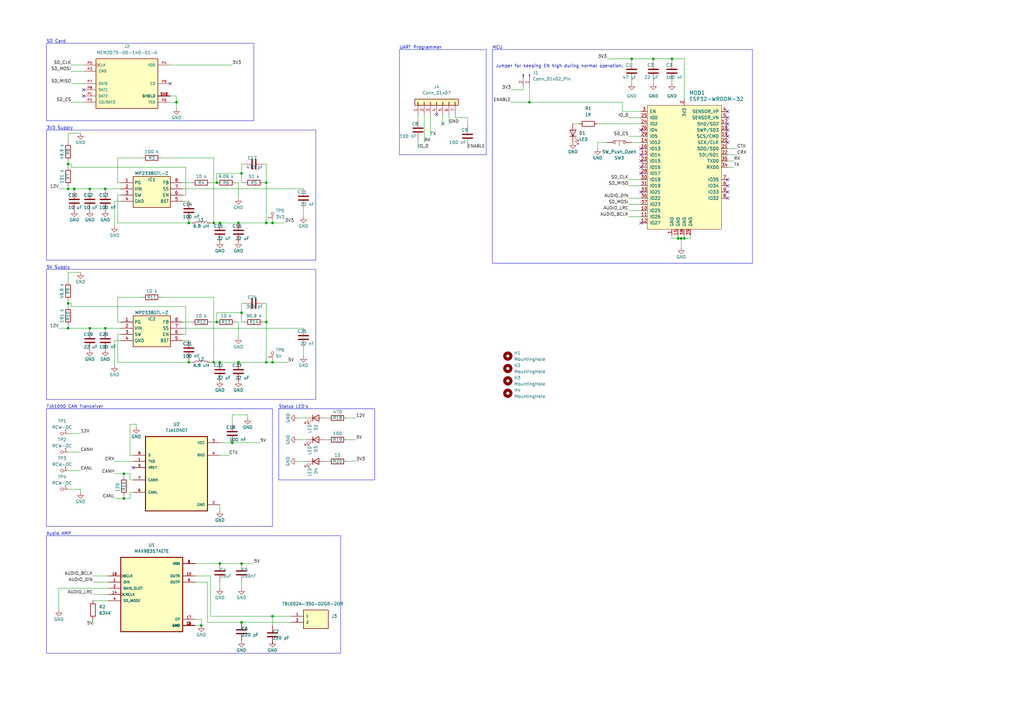
<source format=kicad_sch>
(kicad_sch (version 20230121) (generator eeschema)
  (paper "A3")
  (junction (at 50.8 194.31))
  (junction (at 43.18 77.47))
  (junction (at 275.59 24.13))
  (junction (at 97.79 91.44))
  (junction (at 82.55 256.54))
  (junction (at 267.97 24.13))
  (junction (at 279.4 97.79))
  (junction (at 97.79 148.59))
  (junction (at 30.48 77.47))
  (junction (at 259.08 24.13))
  (junction (at 95.25 181.61))
  (junction (at 88.9 132.08))
  (junction (at 50.8 204.47))
  (junction (at 99.06 71.12))
  (junction (at 111.76 91.44))
  (junction (at 36.83 134.62))
  (junction (at 109.22 74.93))
  (junction (at 109.22 132.08))
  (junction (at 280.67 97.79))
  (junction (at 99.06 128.27))
  (junction (at 90.17 231.14))
  (junction (at 111.76 252.73))
  (junction (at 43.18 134.62))
  (junction (at 72.39 41.91))
  (junction (at 27.94 134.62))
  (junction (at 278.13 97.79))
  (junction (at 111.76 148.59))
  (junction (at 90.17 91.44))
  (junction (at 87.63 148.59))
  (junction (at 109.22 91.44))
  (junction (at 99.06 255.27))
  (junction (at 87.63 91.44))
  (junction (at 77.47 91.44))
  (junction (at 109.22 148.59))
  (junction (at 217.17 41.91))
  (junction (at 90.17 148.59))
  (junction (at 77.47 148.59))
  (junction (at 99.06 231.14))
  (junction (at 27.94 124.46))
  (junction (at 88.9 74.93))
  (junction (at 27.94 77.47))
  (junction (at 27.94 67.31))
  (junction (at 36.83 77.47))
  (no_connect (at 34.29 39.37))
  (no_connect (at 262.89 71.12))
  (no_connect (at 262.89 68.58))
  (no_connect (at 298.45 81.28))
  (no_connect (at 262.89 60.96))
  (no_connect (at 262.89 78.74))
  (no_connect (at 298.45 58.42))
  (no_connect (at 69.85 34.29))
  (no_connect (at 298.45 76.2))
  (no_connect (at 298.45 55.88))
  (no_connect (at 262.89 53.34))
  (no_connect (at 179.07 46.99))
  (no_connect (at 181.61 50.8))
  (no_connect (at 298.45 50.8))
  (no_connect (at 54.61 191.77))
  (no_connect (at 262.89 91.44))
  (no_connect (at 298.45 53.34))
  (no_connect (at 262.89 63.5))
  (no_connect (at 262.89 66.04))
  (no_connect (at 298.45 45.72))
  (no_connect (at 298.45 73.66))
  (no_connect (at 34.29 36.83))
  (no_connect (at 298.45 78.74))
  (no_connect (at 298.45 48.26))
  (wire (pts (xy 275.59 97.79) (xy 278.13 97.79)))
  (wire (pts (xy 29.21 68.58) (xy 29.21 67.31)))
  (wire (pts (xy 124.46 85.09) (xy 124.46 88.9)))
  (wire (pts (xy 298.45 60.96) (xy 302.26 60.96)))
  (wire (pts (xy 142.24 171.45) (xy 146.05 171.45)))
  (wire (pts (xy 111.76 147.32) (xy 111.76 148.59)))
  (wire (pts (xy 95.25 170.18) (xy 101.6 170.18)))
  (wire (pts (xy 217.17 35.56) (xy 217.17 41.91)))
  (wire (pts (xy 99.06 71.12) (xy 99.06 74.93)))
  (wire (pts (xy 267.97 33.02) (xy 267.97 34.29)))
  (wire (pts (xy 29.21 125.73) (xy 29.21 124.46)))
  (wire (pts (xy 53.34 173.99) (xy 55.88 173.99)))
  (wire (pts (xy 109.22 148.59) (xy 111.76 148.59)))
  (wire (pts (xy 99.06 71.12) (xy 99.06 67.31)))
  (wire (pts (xy 53.34 201.93) (xy 53.34 204.47)))
  (wire (pts (xy 87.63 148.59) (xy 90.17 148.59)))
  (wire (pts (xy 97.79 91.44) (xy 109.22 91.44)))
  (wire (pts (xy 275.59 33.02) (xy 275.59 34.29)))
  (wire (pts (xy 109.22 132.08) (xy 109.22 148.59)))
  (wire (pts (xy 173.99 46.99) (xy 173.99 58.42)))
  (wire (pts (xy 46.99 204.47) (xy 50.8 204.47)))
  (wire (pts (xy 255.27 45.72) (xy 262.89 45.72)))
  (wire (pts (xy 38.1 246.38) (xy 44.45 246.38)))
  (wire (pts (xy 27.94 134.62) (xy 36.83 134.62)))
  (wire (pts (xy 255.27 41.91) (xy 255.27 45.72)))
  (wire (pts (xy 90.17 186.69) (xy 93.98 186.69)))
  (wire (pts (xy 27.94 115.57) (xy 27.94 111.76)))
  (wire (pts (xy 36.83 134.62) (xy 36.83 135.89)))
  (wire (pts (xy 121.92 180.34) (xy 125.73 180.34)))
  (wire (pts (xy 77.47 148.59) (xy 78.74 148.59)))
  (wire (pts (xy 279.4 101.6) (xy 279.4 97.79)))
  (wire (pts (xy 191.77 48.26) (xy 191.77 52.07)))
  (wire (pts (xy 279.4 97.79) (xy 280.67 97.79)))
  (wire (pts (xy 76.2 137.16) (xy 76.2 125.73)))
  (wire (pts (xy 176.53 46.99) (xy 176.53 55.88)))
  (wire (pts (xy 86.36 252.73) (xy 86.36 236.22)))
  (wire (pts (xy 214.63 36.83) (xy 214.63 35.56)))
  (wire (pts (xy 33.02 200.66) (xy 33.02 201.93)))
  (wire (pts (xy 43.18 77.47) (xy 49.53 77.47)))
  (wire (pts (xy 280.67 40.64) (xy 280.67 24.13)))
  (wire (pts (xy 77.47 91.44) (xy 78.74 91.44)))
  (wire (pts (xy 86.36 132.08) (xy 88.9 132.08)))
  (wire (pts (xy 86.36 91.44) (xy 87.63 91.44)))
  (wire (pts (xy 275.59 96.52) (xy 275.59 97.79)))
  (wire (pts (xy 259.08 24.13) (xy 259.08 25.4)))
  (wire (pts (xy 48.26 121.92) (xy 48.26 132.08)))
  (wire (pts (xy 43.18 134.62) (xy 43.18 135.89)))
  (wire (pts (xy 275.59 24.13) (xy 275.59 25.4)))
  (wire (pts (xy 257.81 48.26) (xy 262.89 48.26)))
  (wire (pts (xy 49.53 80.01) (xy 48.26 80.01)))
  (wire (pts (xy 111.76 90.17) (xy 111.76 91.44)))
  (wire (pts (xy 72.39 44.45) (xy 72.39 41.91)))
  (wire (pts (xy 171.45 57.15) (xy 171.45 60.96)))
  (wire (pts (xy 257.81 88.9) (xy 262.89 88.9)))
  (wire (pts (xy 74.93 80.01) (xy 76.2 80.01)))
  (wire (pts (xy 46.99 139.7) (xy 49.53 139.7)))
  (wire (pts (xy 27.94 193.04) (xy 33.02 193.04)))
  (wire (pts (xy 27.94 185.42) (xy 33.02 185.42)))
  (wire (pts (xy 248.92 58.42) (xy 245.11 58.42)))
  (wire (pts (xy 262.89 50.8) (xy 245.11 50.8)))
  (wire (pts (xy 87.63 64.77) (xy 66.04 64.77)))
  (wire (pts (xy 101.6 170.18) (xy 101.6 171.45)))
  (wire (pts (xy 107.95 132.08) (xy 109.22 132.08)))
  (wire (pts (xy 209.55 36.83) (xy 214.63 36.83)))
  (wire (pts (xy 77.47 148.59) (xy 77.47 147.32)))
  (wire (pts (xy 48.26 121.92) (xy 58.42 121.92)))
  (wire (pts (xy 74.93 82.55) (xy 77.47 82.55)))
  (wire (pts (xy 53.34 201.93) (xy 54.61 201.93)))
  (wire (pts (xy 85.09 255.27) (xy 99.06 255.27)))
  (wire (pts (xy 121.92 189.23) (xy 125.73 189.23)))
  (wire (pts (xy 24.13 241.3) (xy 44.45 241.3)))
  (wire (pts (xy 72.39 39.37) (xy 72.39 41.91)))
  (wire (pts (xy 55.88 173.99) (xy 55.88 175.26)))
  (wire (pts (xy 88.9 71.12) (xy 99.06 71.12)))
  (wire (pts (xy 278.13 97.79) (xy 279.4 97.79)))
  (wire (pts (xy 74.93 74.93) (xy 78.74 74.93)))
  (wire (pts (xy 29.21 68.58) (xy 76.2 68.58)))
  (wire (pts (xy 53.34 186.69) (xy 53.34 173.99)))
  (wire (pts (xy 48.26 64.77) (xy 58.42 64.77)))
  (wire (pts (xy 86.36 236.22) (xy 80.01 236.22)))
  (wire (pts (xy 95.25 181.61) (xy 106.68 181.61)))
  (wire (pts (xy 82.55 254) (xy 82.55 256.54)))
  (wire (pts (xy 77.47 91.44) (xy 77.47 90.17)))
  (wire (pts (xy 248.92 24.13) (xy 259.08 24.13)))
  (wire (pts (xy 259.08 33.02) (xy 259.08 34.29)))
  (wire (pts (xy 27.94 111.76) (xy 33.02 111.76)))
  (wire (pts (xy 50.8 194.31) (xy 50.8 195.58)))
  (wire (pts (xy 86.36 252.73) (xy 111.76 252.73)))
  (wire (pts (xy 53.34 196.85) (xy 54.61 196.85)))
  (wire (pts (xy 104.14 231.14) (xy 99.06 231.14)))
  (wire (pts (xy 109.22 74.93) (xy 109.22 91.44)))
  (wire (pts (xy 278.13 96.52) (xy 278.13 97.79)))
  (wire (pts (xy 74.93 134.62) (xy 124.46 134.62)))
  (wire (pts (xy 48.26 64.77) (xy 48.26 74.93)))
  (wire (pts (xy 257.81 86.36) (xy 262.89 86.36)))
  (wire (pts (xy 88.9 128.27) (xy 99.06 128.27)))
  (wire (pts (xy 29.21 124.46) (xy 27.94 124.46)))
  (wire (pts (xy 49.53 74.93) (xy 48.26 74.93)))
  (wire (pts (xy 96.52 74.93) (xy 97.79 74.93)))
  (wire (pts (xy 107.95 74.93) (xy 109.22 74.93)))
  (wire (pts (xy 237.49 50.8) (xy 234.95 50.8)))
  (wire (pts (xy 99.06 128.27) (xy 99.06 124.46)))
  (wire (pts (xy 27.94 133.35) (xy 27.94 134.62)))
  (wire (pts (xy 257.81 83.82) (xy 262.89 83.82)))
  (wire (pts (xy 48.26 137.16) (xy 48.26 148.59)))
  (wire (pts (xy 259.08 24.13) (xy 267.97 24.13)))
  (wire (pts (xy 283.21 96.52) (xy 283.21 97.79)))
  (wire (pts (xy 24.13 241.3) (xy 24.13 250.19)))
  (wire (pts (xy 99.06 255.27) (xy 119.38 255.27)))
  (wire (pts (xy 257.81 76.2) (xy 262.89 76.2)))
  (wire (pts (xy 36.83 77.47) (xy 36.83 78.74)))
  (wire (pts (xy 87.63 121.92) (xy 66.04 121.92)))
  (wire (pts (xy 36.83 77.47) (xy 43.18 77.47)))
  (wire (pts (xy 90.17 238.76) (xy 90.17 241.3)))
  (wire (pts (xy 49.53 132.08) (xy 48.26 132.08)))
  (wire (pts (xy 46.99 139.7) (xy 46.99 149.86)))
  (wire (pts (xy 257.81 55.88) (xy 262.89 55.88)))
  (wire (pts (xy 86.36 148.59) (xy 87.63 148.59)))
  (wire (pts (xy 24.13 134.62) (xy 27.94 134.62)))
  (wire (pts (xy 111.76 252.73) (xy 119.38 252.73)))
  (wire (pts (xy 99.06 132.08) (xy 100.33 132.08)))
  (wire (pts (xy 46.99 189.23) (xy 54.61 189.23)))
  (wire (pts (xy 30.48 77.47) (xy 30.48 78.74)))
  (wire (pts (xy 27.94 124.46) (xy 27.94 125.73)))
  (wire (pts (xy 245.11 58.42) (xy 245.11 60.96)))
  (wire (pts (xy 259.08 58.42) (xy 262.89 58.42)))
  (wire (pts (xy 38.1 243.84) (xy 44.45 243.84)))
  (wire (pts (xy 27.94 177.8) (xy 33.02 177.8)))
  (wire (pts (xy 27.94 58.42) (xy 27.94 54.61)))
  (wire (pts (xy 80.01 238.76) (xy 85.09 238.76)))
  (wire (pts (xy 48.26 91.44) (xy 77.47 91.44)))
  (wire (pts (xy 38.1 236.22) (xy 44.45 236.22)))
  (wire (pts (xy 87.63 91.44) (xy 87.63 64.77)))
  (wire (pts (xy 124.46 142.24) (xy 124.46 146.05)))
  (wire (pts (xy 87.63 148.59) (xy 87.63 121.92)))
  (wire (pts (xy 50.8 203.2) (xy 50.8 204.47)))
  (wire (pts (xy 74.93 139.7) (xy 77.47 139.7)))
  (wire (pts (xy 27.94 200.66) (xy 33.02 200.66)))
  (wire (pts (xy 69.85 39.37) (xy 72.39 39.37)))
  (wire (pts (xy 38.1 238.76) (xy 44.45 238.76)))
  (wire (pts (xy 298.45 63.5) (xy 302.26 63.5)))
  (wire (pts (xy 29.21 67.31) (xy 27.94 67.31)))
  (wire (pts (xy 80.01 231.14) (xy 90.17 231.14)))
  (wire (pts (xy 69.85 26.67) (xy 95.25 26.67)))
  (wire (pts (xy 99.06 231.14) (xy 90.17 231.14)))
  (wire (pts (xy 74.93 77.47) (xy 124.46 77.47)))
  (wire (pts (xy 111.76 91.44) (xy 116.84 91.44)))
  (wire (pts (xy 111.76 148.59) (xy 118.11 148.59)))
  (wire (pts (xy 109.22 91.44) (xy 111.76 91.44)))
  (wire (pts (xy 29.21 125.73) (xy 76.2 125.73)))
  (wire (pts (xy 99.06 67.31) (xy 100.33 67.31)))
  (wire (pts (xy 29.21 34.29) (xy 34.29 34.29)))
  (wire (pts (xy 267.97 24.13) (xy 275.59 24.13)))
  (wire (pts (xy 96.52 132.08) (xy 97.79 132.08)))
  (wire (pts (xy 46.99 82.55) (xy 46.99 92.71)))
  (wire (pts (xy 171.45 46.99) (xy 171.45 49.53)))
  (wire (pts (xy 257.81 73.66) (xy 262.89 73.66)))
  (wire (pts (xy 275.59 24.13) (xy 280.67 24.13)))
  (wire (pts (xy 186.69 48.26) (xy 186.69 46.99)))
  (wire (pts (xy 30.48 77.47) (xy 36.83 77.47)))
  (wire (pts (xy 53.34 194.31) (xy 50.8 194.31)))
  (wire (pts (xy 97.79 74.93) (xy 97.79 81.28)))
  (wire (pts (xy 142.24 180.34) (xy 146.05 180.34)))
  (wire (pts (xy 43.18 134.62) (xy 49.53 134.62)))
  (wire (pts (xy 27.94 67.31) (xy 27.94 68.58)))
  (wire (pts (xy 99.06 74.93) (xy 100.33 74.93)))
  (wire (pts (xy 27.94 123.19) (xy 27.94 124.46)))
  (wire (pts (xy 54.61 186.69) (xy 53.34 186.69)))
  (wire (pts (xy 50.8 194.31) (xy 46.99 194.31)))
  (wire (pts (xy 85.09 238.76) (xy 85.09 255.27)))
  (wire (pts (xy 90.17 91.44) (xy 97.79 91.44)))
  (wire (pts (xy 99.06 238.76) (xy 99.06 241.3)))
  (wire (pts (xy 300.99 66.04) (xy 298.45 66.04)))
  (wire (pts (xy 88.9 132.08) (xy 88.9 128.27)))
  (wire (pts (xy 46.99 82.55) (xy 49.53 82.55)))
  (wire (pts (xy 121.92 171.45) (xy 125.73 171.45)))
  (wire (pts (xy 27.94 76.2) (xy 27.94 77.47)))
  (wire (pts (xy 48.26 80.01) (xy 48.26 91.44)))
  (wire (pts (xy 90.17 207.01) (xy 90.17 209.55)))
  (wire (pts (xy 49.53 137.16) (xy 48.26 137.16)))
  (wire (pts (xy 43.18 77.47) (xy 43.18 78.74)))
  (wire (pts (xy 48.26 148.59) (xy 77.47 148.59)))
  (wire (pts (xy 95.25 173.99) (xy 95.25 170.18)))
  (wire (pts (xy 107.95 124.46) (xy 109.22 124.46)))
  (wire (pts (xy 111.76 252.73) (xy 111.76 256.54)))
  (wire (pts (xy 27.94 66.04) (xy 27.94 67.31)))
  (wire (pts (xy 76.2 80.01) (xy 76.2 68.58)))
  (wire (pts (xy 50.8 204.47) (xy 53.34 204.47)))
  (wire (pts (xy 82.55 256.54) (xy 80.01 256.54)))
  (wire (pts (xy 300.99 68.58) (xy 298.45 68.58)))
  (wire (pts (xy 27.94 77.47) (xy 30.48 77.47)))
  (wire (pts (xy 99.06 128.27) (xy 99.06 132.08)))
  (wire (pts (xy 74.93 137.16) (xy 76.2 137.16)))
  (wire (pts (xy 111.76 264.16) (xy 111.76 262.89)))
  (wire (pts (xy 88.9 74.93) (xy 88.9 71.12)))
  (wire (pts (xy 134.62 180.34) (xy 133.35 180.34)))
  (wire (pts (xy 280.67 97.79) (xy 283.21 97.79)))
  (wire (pts (xy 27.94 54.61) (xy 33.02 54.61)))
  (wire (pts (xy 80.01 254) (xy 82.55 254)))
  (wire (pts (xy 29.21 29.21) (xy 34.29 29.21)))
  (wire (pts (xy 134.62 171.45) (xy 133.35 171.45)))
  (wire (pts (xy 142.24 189.23) (xy 146.05 189.23)))
  (wire (pts (xy 209.55 41.91) (xy 217.17 41.91)))
  (wire (pts (xy 69.85 41.91) (xy 72.39 41.91)))
  (wire (pts (xy 97.79 132.08) (xy 97.79 138.43)))
  (wire (pts (xy 257.81 81.28) (xy 262.89 81.28)))
  (wire (pts (xy 86.36 74.93) (xy 88.9 74.93)))
  (wire (pts (xy 191.77 59.69) (xy 191.77 60.96)))
  (wire (pts (xy 90.17 148.59) (xy 97.79 148.59)))
  (wire (pts (xy 134.62 189.23) (xy 133.35 189.23)))
  (wire (pts (xy 217.17 41.91) (xy 255.27 41.91)))
  (wire (pts (xy 280.67 96.52) (xy 280.67 97.79)))
  (wire (pts (xy 24.13 77.47) (xy 27.94 77.47)))
  (wire (pts (xy 29.21 41.91) (xy 34.29 41.91)))
  (wire (pts (xy 267.97 25.4) (xy 267.97 24.13)))
  (wire (pts (xy 36.83 134.62) (xy 43.18 134.62)))
  (wire (pts (xy 90.17 181.61) (xy 95.25 181.61)))
  (wire (pts (xy 184.15 46.99) (xy 184.15 50.8)))
  (wire (pts (xy 181.61 46.99) (xy 181.61 50.8)))
  (wire (pts (xy 109.22 67.31) (xy 109.22 74.93)))
  (wire (pts (xy 191.77 48.26) (xy 186.69 48.26)))
  (wire (pts (xy 29.21 26.67) (xy 34.29 26.67)))
  (wire (pts (xy 74.93 132.08) (xy 78.74 132.08)))
  (wire (pts (xy 99.06 124.46) (xy 100.33 124.46)))
  (wire (pts (xy 107.95 67.31) (xy 109.22 67.31)))
  (wire (pts (xy 97.79 148.59) (xy 109.22 148.59)))
  (wire (pts (xy 38.1 254) (xy 38.1 256.54)))
  (wire (pts (xy 53.34 194.31) (xy 53.34 196.85)))
  (wire (pts (xy 109.22 124.46) (xy 109.22 132.08)))
  (wire (pts (xy 87.63 91.44) (xy 90.17 91.44)))
  (rectangle (start 19.05 167.64) (end 111.76 215.9))
  (rectangle (start 19.05 110.49) (end 129.54 163.83))
  (rectangle (start 19.05 219.71) (end 139.7 267.97))
  (rectangle (start 201.93 20.32) (end 308.61 107.95))
  (rectangle (start 19.05 17.78) (end 104.14 49.53))
  (rectangle (start 114.3 167.64) (end 153.67 196.85))
  (rectangle (start 163.83 20.32) (end 199.39 63.5))
  (rectangle (start 19.05 53.34) (end 129.54 106.68))
  (text "3V3 Supply" (at 19.05 53.34 0) (effects (font (size 1.27 1.27)) (justify left bottom)))
  (text "Status LED's" (at 114.3 167.64 0) (effects (font (size 1.27 1.27)) (justify left bottom)))
  (text "TODO:\n" (at 13.97 -5.08 0) (effects (font (size 1.27 1.27)) (justify left bottom)))
  (text "TJA1050 CAN Tranceiver" (at 19.05 167.64 0) (effects (font (size 1.27 1.27)) (justify left bottom)))
  (text "Jumper for keeping EN high during normal operation." (at 203.2 27.94 0) (effects (font (size 1.27 1.27)) (justify left bottom)))
  (text "5V Supply" (at 19.05 110.49 0) (effects (font (size 1.27 1.27)) (justify left bottom)))
  (text "SD Card" (at 19.05 17.78 0) (effects (font (size 1.27 1.27)) (justify left bottom)))
  (text "Audio AMP" (at 19.05 219.71 0) (effects (font (size 1.27 1.27)) (justify left bottom)))
  (text "UART Programmer" (at 163.83 20.32 0) (effects (font (size 1.27 1.27)) (justify left bottom)))
  (text "MCU" (at 201.93 20.32 0) (effects (font (size 1.27 1.27)) (justify left bottom)))
  (label "SD_CLK" (at 29.21 26.67 180))
  (label "CANH" (at 46.99 194.31 180))
  (label "5V" (at 104.14 231.14 0))
  (label "RX" (at 173.99 58.42 0))
  (label "SD_MISO" (at 29.21 34.29 180))
  (label "CRX" (at 46.99 189.23 180))
  (label "SD_MISO" (at 257.81 76.2 180))
  (label "SD_CS" (at 257.81 55.88 180))
  (label "RX" (at 300.99 66.04 0))
  (label "12V" (at 24.13 134.62 180))
  (label "3V3" (at 209.55 36.83 180))
  (label "3V3" (at 248.92 24.13 180))
  (label "CRX" (at 302.26 63.5 0))
  (label "5V" (at 38.1 256.54 180))
  (label "12V" (at 33.02 177.8 0))
  (label "IO_0" (at 171.45 60.96 0))
  (label "GND" (at 184.15 50.8 0))
  (label "CANH" (at 33.02 185.42 0))
  (label "CTX" (at 93.98 186.69 0))
  (label "3V3" (at 146.05 189.23 0))
  (label "5V" (at 118.11 148.59 0))
  (label "12V" (at 146.05 171.45 0))
  (label "AUDIO_DIN" (at 257.81 81.28 180))
  (label "AUDIO_BCLK" (at 257.81 88.9 180))
  (label "ENABLE" (at 209.55 41.91 180))
  (label "3V3" (at 116.84 91.44 0))
  (label "AUDIO_LRC" (at 257.81 86.36 180))
  (label "CANL" (at 46.99 204.47 180))
  (label "ENABLE" (at 191.77 60.96 0))
  (label "CANL" (at 33.02 193.04 0))
  (label "SD_CLK" (at 257.81 73.66 180))
  (label "SD_CS" (at 29.21 41.91 180))
  (label "3V3" (at 95.25 26.67 0))
  (label "AUDIO_DIN" (at 38.1 238.76 180))
  (label "TX" (at 300.99 68.58 0))
  (label "SD_MOSI" (at 29.21 29.21 180))
  (label "SD_MOSI" (at 257.81 83.82 180))
  (label "5V" (at 146.05 180.34 0))
  (label "12V" (at 24.13 77.47 180))
  (label "IO_0" (at 257.81 48.26 180))
  (label "AUDIO_BCLK" (at 38.1 236.22 180))
  (label "TX" (at 176.53 55.88 0))
  (label "5V" (at 106.68 181.61 0))
  (label "AUDIO_LRC" (at 38.1 243.84 180))
  (label "CTX" (at 302.26 60.96 0))
  (symbol (lib_id "Device:C") (at 77.47 143.51 0) (unit 1)
    (property "Reference" "C21" (at 74.93 140.97 0) (effects (justify left)))
    (property "Value" "100 nF" (at 74.93 146.05 0) (effects (justify left)))
    (property "Footprint" "Capacitor_SMD:C_0805_2012Metric" (effects hide))
  )
  (symbol (lib_id "Switch:SW_Push_Open") (at 254 58.42 0) (mirror x) (unit 1)
    (property "Reference" "SW3" (at 254 64.77 0))
    (property "Value" "SW_Push_Open" (at 254 62.23 0))
    (property "Footprint" "Button_Switch_THT:SW_PUSH_6mm" (effects hide))
  )
  (symbol (lib_id "Device:R") (at 92.71 74.93 270) (unit 1)
    (property "Reference" "R6" (at 92.71 74.93 90))
    (property "Value" "9.09 k" (at 92.71 72.39 90))
    (property "Footprint" "Resistor_SMD:R_0805_2012Metric" (effects hide))
  )
  (symbol (lib_id "power:GND") (at 279.4 101.6 0) (unit 1)
    (property "Reference" "#PWR09" (effects hide))
    (property "Value" "GND" (at 279.4 105.41 0))
  )
  (symbol (lib_id "power:GND") (at 90.17 99.06 0) (unit 1)
    (property "Reference" "#PWR017" (effects hide))
    (property "Value" "GND" (at 90.17 102.87 0))
  )
  (symbol (lib_id "Mechanical:MountingHole") (at 208.28 156.21 0) (unit 1)
    (property "Reference" "H3" (at 210.82 154.94 0) (effects (justify left)))
    (property "Value" "MountingHole" (at 210.82 157.48 0) (effects (justify left)))
    (property "Footprint" "MountingHole:MountingHole_3.2mm_M3" (effects hide))
  )
  (symbol (lib_id "Device:C") (at 97.79 95.25 0) (unit 1)
    (property "Reference" "C16" (at 95.25 92.71 0) (effects (justify left)))
    (property "Value" "22 uF" (at 96.52 97.79 0) (effects (justify left)))
    (property "Footprint" "Capacitor_SMD:C_0805_2012Metric" (effects hide))
  )
  (symbol (lib_id "Device:R") (at 138.43 180.34 90) (unit 1)
    (property "Reference" "R19" (at 138.43 180.34 90))
    (property "Value" "100" (at 138.43 177.8 90))
    (property "Footprint" "Resistor_SMD:R_0805_2012Metric" (effects hide))
  )
  (symbol (lib_id "power:GND") (at 33.02 54.61 0) (unit 1)
    (property "Reference" "#PWR023" (effects hide))
    (property "Value" "GND" (at 33.02 58.42 0))
  )
  (symbol (lib_id "Device:R") (at 92.71 132.08 270) (unit 1)
    (property "Reference" "R13" (at 92.71 132.08 90))
    (property "Value" "10 k" (at 92.71 129.54 90))
    (property "Footprint" "Resistor_SMD:R_0805_2012Metric" (effects hide))
  )
  (symbol (lib_id "power:GND") (at 275.59 34.29 0) (unit 1)
    (property "Reference" "#PWR08" (effects hide))
    (property "Value" "GND" (at 275.59 39.37 0))
  )
  (symbol (lib_id "Device:R") (at 27.94 62.23 0) (unit 1)
    (property "Reference" "R8" (at 27.94 62.23 90))
    (property "Value" "49.9 k" (at 25.4 62.23 90))
    (property "Footprint" "Resistor_SMD:R_0805_2012Metric" (effects hide))
  )
  (symbol (lib_id "power:GND") (at 46.99 92.71 0) (unit 1)
    (property "Reference" "#PWR03" (effects hide))
    (property "Value" "GND" (at 46.99 96.52 0))
  )
  (symbol (lib_id "Device:R") (at 62.23 64.77 270) (unit 1)
    (property "Reference" "R3" (at 62.23 64.77 90))
    (property "Value" "100 k" (at 62.23 62.23 90))
    (property "Footprint" "Resistor_SMD:R_0805_2012Metric" (effects hide))
  )
  (symbol (lib_id "dk_Test-Points:RCW-0C") (at 25.4 193.04 270) (unit 1)
    (property "Reference" "TP3" (at 25.4381 187.96 90))
    (property "Value" "RCW-0C" (at 25.4381 190.5 90))
    (property "Footprint" "digikey-footprints:PROBE_PAD_1206" (effects hide))
    (property "Datasheet" "https://www.te.com/commerce/DocumentDelivery/DDEController?Action=srchrtrv&DocNm=1773266&DocType=DS&DocLang=English" (effects hide))
    (property "Digi-Key_PN" "A106146CT-ND" (effects hide))
    (property "MPN" "RCW-0C" (effects hide))
    (property "Category" "Test and Measurement" (effects hide))
    (property "Family" "Test Points" (effects hide))
    (property "DK_Datasheet_Link" "https://www.te.com/commerce/DocumentDelivery/DDEController?Action=srchrtrv&DocNm=1773266&DocType=DS&DocLang=English" (effects hide))
    (property "DK_Detail_Page" "/product-detail/en/te-connectivity-amp-connectors/RCW-0C/A106146CT-ND/3477803" (effects hide))
    (property "Description" "PC TEST POINT NATURAL" (effects hide))
    (property "Manufacturer" "TE Connectivity AMP Connectors" (effects hide))
    (property "Status" "Active" (effects hide))
  )
  (symbol (lib_id "power:GND") (at 111.76 262.89 0) (unit 1)
    (property "Reference" "#PWR015" (effects hide))
    (property "Value" "GND" (at 111.76 266.7 0))
  )
  (symbol (lib_id "power:GND") (at 33.02 201.93 0) (unit 1)
    (property "Reference" "#PWR024" (effects hide))
    (property "Value" "GND" (at 33.02 205.74 0))
  )
  (symbol (lib_id "Device:C") (at 95.25 177.8 0) (unit 1)
    (property "Reference" "C18" (at 92.71 175.26 0) (effects (justify left)))
    (property "Value" "100 nF" (at 93.98 180.34 0) (effects (justify left)))
    (property "Footprint" "Capacitor_SMD:C_0805_2012Metric" (effects hide))
  )
  (symbol (lib_id "Device:C") (at 36.83 139.7 0) (unit 1)
    (property "Reference" "C19" (at 34.29 137.16 0) (effects (justify left)))
    (property "Value" "22 uF" (at 34.29 142.24 0) (effects (justify left)))
    (property "Footprint" "Capacitor_SMD:C_0805_2012Metric" (effects hide))
  )
  (symbol (lib_id "Device:L") (at 82.55 91.44 90) (unit 1)
    (property "Reference" "L1" (at 82.55 90.17 90))
    (property "Value" "6.8 uH" (at 82.55 92.71 90))
    (property "Footprint" "Inductor_SMD:L_SOREDE_SNR.1050_10x10x5mm" (effects hide))
  )
  (symbol (lib_id "dk_Test-Points:RCW-0C") (at 25.4 200.66 270) (unit 1)
    (property "Reference" "TP4" (at 25.4381 195.58 90))
    (property "Value" "RCW-0C" (at 25.4381 198.12 90))
    (property "Footprint" "digikey-footprints:PROBE_PAD_1206" (effects hide))
    (property "Datasheet" "https://www.te.com/commerce/DocumentDelivery/DDEController?Action=srchrtrv&DocNm=1773266&DocType=DS&DocLang=English" (effects hide))
    (property "Digi-Key_PN" "A106146CT-ND" (effects hide))
    (property "MPN" "RCW-0C" (effects hide))
    (property "Category" "Test and Measurement" (effects hide))
    (property "Family" "Test Points" (effects hide))
    (property "DK_Datasheet_Link" "https://www.te.com/commerce/DocumentDelivery/DDEController?Action=srchrtrv&DocNm=1773266&DocType=DS&DocLang=English" (effects hide))
    (property "DK_Detail_Page" "/product-detail/en/te-connectivity-amp-connectors/RCW-0C/A106146CT-ND/3477803" (effects hide))
    (property "Description" "PC TEST POINT NATURAL" (effects hide))
    (property "Manufacturer" "TE Connectivity AMP Connectors" (effects hide))
    (property "Status" "Active" (effects hide))
  )
  (symbol (lib_id "power:GND") (at 124.46 146.05 0) (unit 1)
    (property "Reference" "#PWR032" (effects hide))
    (property "Value" "GND" (at 124.46 149.86 0))
  )
  (symbol (lib_id "power:GND") (at 43.18 143.51 0) (unit 1)
    (property "Reference" "#PWR027" (effects hide))
    (property "Value" "GND" (at 43.18 147.32 0))
  )
  (symbol (lib_id "Connector:Conn_01x02_Pin") (at 217.17 30.48 270) (unit 1)
    (property "Reference" "J1" (at 218.44 29.845 90) (effects (justify left)))
    (property "Value" "Conn_01x02_Pin" (at 218.44 32.385 90) (effects (justify left)))
    (property "Footprint" "Connector_PinHeader_2.54mm:PinHeader_1x02_P2.54mm_Vertical" (effects hide))
  )
  (symbol (lib_id "dk_Test-Points:RCW-0C") (at 111.76 87.63 180) (unit 1)
    (property "Reference" "TP5" (at 113.03 86.3981 0) (effects (justify right)))
    (property "Value" "3V3" (at 113.03 88.9381 0) (effects (justify right)))
    (property "Footprint" "digikey-footprints:PROBE_PAD_1206" (effects hide))
    (property "Datasheet" "https://www.te.com/commerce/DocumentDelivery/DDEController?Action=srchrtrv&DocNm=1773266&DocType=DS&DocLang=English" (effects hide))
    (property "Digi-Key_PN" "A106146CT-ND" (effects hide))
    (property "MPN" "RCW-0C" (effects hide))
    (property "Category" "Test and Measurement" (effects hide))
    (property "Family" "Test Points" (effects hide))
    (property "DK_Datasheet_Link" "https://www.te.com/commerce/DocumentDelivery/DDEController?Action=srchrtrv&DocNm=1773266&DocType=DS&DocLang=English" (effects hide))
    (property "DK_Detail_Page" "/product-detail/en/te-connectivity-amp-connectors/RCW-0C/A106146CT-ND/3477803" (effects hide))
    (property "Description" "PC TEST POINT NATURAL" (effects hide))
    (property "Manufacturer" "TE Connectivity AMP Connectors" (effects hide))
    (property "Status" "Active" (effects hide))
  )
  (symbol (lib_id "Connector_Generic:Conn_01x07") (at 179.07 41.91 90) (unit 1)
    (property "Reference" "J4" (at 179.07 35.56 90))
    (property "Value" "Conn_01x07" (at 179.07 38.1 90))
    (property "Footprint" "Connector_PinHeader_2.54mm:PinHeader_1x07_P2.54mm_Vertical" (effects hide))
  )
  (symbol (lib_id "Device:C") (at 111.76 260.35 0) (unit 1)
    (property "Reference" "C7" (at 111.76 259.08 0) (effects (justify left)))
    (property "Value" "220 pF" (at 111.76 261.62 0) (effects (justify left)))
    (property "Footprint" "Capacitor_SMD:C_0805_2012Metric" (effects hide))
  )
  (symbol (lib_id "Device:C") (at 77.47 86.36 0) (unit 1)
    (property "Reference" "C14" (at 74.93 83.82 0) (effects (justify left)))
    (property "Value" "100 nF" (at 74.93 88.9 0) (effects (justify left)))
    (property "Footprint" "Capacitor_SMD:C_0805_2012Metric" (effects hide))
  )
  (symbol (lib_id "power:GND") (at 267.97 34.29 0) (unit 1)
    (property "Reference" "#PWR07" (effects hide))
    (property "Value" "GND" (at 267.97 39.37 0))
  )
  (symbol (lib_id "Device:C") (at 30.48 82.55 0) (unit 1)
    (property "Reference" "C10" (at 27.94 80.01 0) (effects (justify left)))
    (property "Value" "10 uF" (at 27.94 85.09 0) (effects (justify left)))
    (property "Footprint" "Capacitor_SMD:C_0805_2012Metric" (effects hide))
  )
  (symbol (lib_id "Device:C") (at 43.18 139.7 0) (unit 1)
    (property "Reference" "C20" (at 40.64 137.16 0) (effects (justify left)))
    (property "Value" "100 nF" (at 40.64 142.24 0) (effects (justify left)))
    (property "Footprint" "Capacitor_SMD:C_0805_2012Metric" (effects hide))
  )
  (symbol (lib_id "TBL002A-350-02GR-2OR:TBL002A-350-02GR-2OR") (at 129.54 252.73 0) (unit 1)
    (property "Reference" "J3" (at 135.89 252.73 0) (effects (justify left)))
    (property "Value" "TBL002A-350-02GR-2OR" (at 115.57 247.65 0) (effects (justify left)))
    (property "Footprint" "TBL002A-350-02GR-2OR:CUI_TBL002A-350-02GR-2OR" (effects hide))
    (property "MF" "CUI Devices" (effects hide))
    (property "MAXIMUM_PACKAGE_HEIGHT" "12.85mm" (effects hide))
    (property "Package" "None" (effects hide))
    (property "Price" "None" (effects hide))
    (property "Check_prices" "https://www.snapeda.com/parts/TBL002A-350-02GR-2OR/CUI+Devices/view-part/?ref=eda" (effects hide))
    (property "STANDARD" "Manufacturer Recommendations" (effects hide))
    (property "PARTREV" "1.0" (effects hide))
    (property "SnapEDA_Link" "https://www.snapeda.com/parts/TBL002A-350-02GR-2OR/CUI+Devices/view-part/?ref=snap" (effects hide))
    (property "MP" "TBL002A-350-02GR-2OR" (effects hide))
    (property "Purchase-URL" "https://www.snapeda.com/api/url_track_click_mouser/?unipart_id=3233345&manufacturer=CUI Devices&part_name=TBL002A-350-02GR-2OR&search_term=tbl002a-350-02gr-2or" (effects hide))
    (property "Description" "1~24 Poles, Screwless, 45°, 3.50 Pitch, 24~20 (AWG), Terminal Block Connector" (effects hide))
    (property "CUI_purchase_URL" "https://www.cuidevices.com/product/interconnect/connectors/terminal-blocks/tbl002a-350-series?utm_source=snapeda.com&utm_medium=referral&utm_campaign=snapedaBOM" (effects hide))
    (property "Availability" "In Stock" (effects hide))
    (property "MANUFACTURER" "CUI Devices" (effects hide))
  )
  (symbol (lib_id "Device:R") (at 50.8 199.39 0) (unit 1)
    (property "Reference" "R15" (at 50.8 199.39 90))
    (property "Value" "120 " (at 48.26 199.39 90))
    (property "Footprint" "Resistor_SMD:R_0805_2012Metric" (effects hide))
  )
  (symbol (lib_id "Device:R") (at 82.55 74.93 270) (unit 1)
    (property "Reference" "R4" (at 82.55 74.93 90))
    (property "Value" "10 k" (at 82.55 72.39 90))
    (property "Footprint" "Resistor_SMD:R_0805_2012Metric" (effects hide))
  )
  (symbol (lib_id "Device:LED") (at 129.54 171.45 0) (unit 1)
    (property "Reference" "D2" (at 129.54 173.99 90) (effects (justify right)))
    (property "Value" "LED" (at 127 173.99 90) (effects (justify right)))
    (property "Footprint" "LED_SMD:LED_0805_2012Metric" (effects hide))
  )
  (symbol (lib_id "Device:L") (at 82.55 148.59 90) (unit 1)
    (property "Reference" "L2" (at 82.55 147.32 90))
    (property "Value" "6.8 uH" (at 82.55 149.86 90))
    (property "Footprint" "Inductor_SMD:L_SOREDE_SNR.1050_10x10x5mm" (effects hide))
  )
  (symbol (lib_id "power:GND") (at 99.06 262.89 0) (unit 1)
    (property "Reference" "#PWR014" (effects hide))
    (property "Value" "GND" (at 99.06 266.7 0))
  )
  (symbol (lib_id "Device:R") (at 104.14 132.08 270) (unit 1)
    (property "Reference" "R14" (at 104.14 132.08 90))
    (property "Value" "90.9 k" (at 104.14 129.54 90))
    (property "Footprint" "Resistor_SMD:R_0805_2012Metric" (effects hide))
  )
  (symbol (lib_id "power:GND") (at 97.79 99.06 0) (unit 1)
    (property "Reference" "#PWR018" (effects hide))
    (property "Value" "GND" (at 97.79 102.87 0))
  )
  (symbol (lib_id "Device:R") (at 104.14 74.93 270) (unit 1)
    (property "Reference" "R5" (at 104.14 74.93 90))
    (property "Value" "51 k" (at 104.14 72.39 90))
    (property "Footprint" "Resistor_SMD:R_0805_2012Metric" (effects hide))
  )
  (symbol (lib_id "power:GND") (at 97.79 81.28 0) (unit 1)
    (property "Reference" "#PWR019" (effects hide))
    (property "Value" "GND" (at 97.79 85.09 0))
  )
  (symbol (lib_id "Device:C") (at 90.17 234.95 0) (unit 1)
    (property "Reference" "C4" (at 90.17 233.68 0) (effects (justify left)))
    (property "Value" "10uF" (at 90.17 236.22 0) (effects (justify left)))
    (property "Footprint" "Capacitor_SMD:C_0805_2012Metric" (effects hide))
  )
  (symbol (lib_id "Device:C") (at 104.14 124.46 90) (unit 1)
    (property "Reference" "C24" (at 105.41 121.92 90) (effects (justify left)))
    (property "Value" "300 pF" (at 107.95 125.73 90) (effects (justify left)))
    (property "Footprint" "Capacitor_SMD:C_0805_2012Metric" (effects hide))
  )
  (symbol (lib_id "MP2338GTL-Z:MP2338GTL-Z") (at 49.53 132.08 0) (unit 1)
    (property "Reference" "IC2" (at 62.23 130.81 0))
    (property "Value" "MP2338GTL-Z" (at 62.23 128.27 0))
    (property "Footprint" "MP2338GTL-Z:MP2338GTLZ" (effects hide))
    (property "Datasheet" "https://www.monolithicpower.com/en/documentview/productdocument/index/version/2/document_type/Datasheet/lang/en/sku/MP2338GTL/document_id/9461/" (effects hide))
    (property "Height" "0.6" (effects hide))
    (property "Mouser Part Number" "946-MP2338GTL-Z" (effects hide))
    (property "Mouser Price/Stock" "https://www.mouser.co.uk/ProductDetail/Monolithic-Power-Systems-MPS/MP2338GTL-Z?qs=Li%252BoUPsLEnuizxbD7Jo%252B7w%3D%3D" (effects hide))
    (property "Manufacturer_Name" "Monolithic Power Systems (MPS)" (effects hide))
    (property "Manufacturer_Part_Number" "MP2338GTL-Z" (effects hide))
  )
  (symbol (lib_id "Device:LED") (at 129.54 189.23 0) (unit 1)
    (property "Reference" "D4" (at 129.54 191.77 90) (effects (justify right)))
    (property "Value" "LED" (at 127 191.77 90) (effects (justify right)))
    (property "Footprint" "LED_SMD:LED_0805_2012Metric" (effects hide))
  )
  (symbol (lib_id "power:GND") (at 124.46 88.9 0) (unit 1)
    (property "Reference" "#PWR016" (effects hide))
    (property "Value" "GND" (at 124.46 92.71 0))
  )
  (symbol (lib_id "dk_Test-Points:RCW-0C") (at 111.76 144.78 180) (unit 1)
    (property "Reference" "TP6" (at 113.03 143.5481 0) (effects (justify right)))
    (property "Value" "5V" (at 113.03 146.0881 0) (effects (justify right)))
    (property "Footprint" "digikey-footprints:PROBE_PAD_1206" (effects hide))
    (property "Datasheet" "https://www.te.com/commerce/DocumentDelivery/DDEController?Action=srchrtrv&DocNm=1773266&DocType=DS&DocLang=English" (effects hide))
    (property "Digi-Key_PN" "A106146CT-ND" (effects hide))
    (property "MPN" "RCW-0C" (effects hide))
    (property "Category" "Test and Measurement" (effects hide))
    (property "Family" "Test Points" (effects hide))
    (property "DK_Datasheet_Link" "https://www.te.com/commerce/DocumentDelivery/DDEController?Action=srchrtrv&DocNm=1773266&DocType=DS&DocLang=English" (effects hide))
    (property "DK_Detail_Page" "/product-detail/en/te-connectivity-amp-connectors/RCW-0C/A106146CT-ND/3477803" (effects hide))
    (property "Description" "PC TEST POINT NATURAL" (effects hide))
    (property "Manufacturer" "TE Connectivity AMP Connectors" (effects hide))
    (property "Status" "Active" (effects hide))
  )
  (symbol (lib_id "Device:C") (at 124.46 81.28 0) (unit 1)
    (property "Reference" "C11" (at 121.92 78.74 0) (effects (justify left)))
    (property "Value" "22 nF" (at 123.19 83.82 0) (effects (justify left)))
    (property "Footprint" "Capacitor_SMD:C_0805_2012Metric" (effects hide))
  )
  (symbol (lib_id "Device:R") (at 82.55 132.08 270) (unit 1)
    (property "Reference" "R12" (at 82.55 132.08 90))
    (property "Value" "10 k" (at 82.55 129.54 90))
    (property "Footprint" "Resistor_SMD:R_0805_2012Metric" (effects hide))
  )
  (symbol (lib_id "power:GND") (at 234.95 58.42 0) (unit 1)
    (property "Reference" "#PWR04" (effects hide))
    (property "Value" "GND" (at 234.95 62.23 0))
  )
  (symbol (lib_id "Device:C") (at 99.06 234.95 0) (unit 1)
    (property "Reference" "C5" (at 99.06 233.68 0) (effects (justify left)))
    (property "Value" "100nF" (at 99.06 236.22 0) (effects (justify left)))
    (property "Footprint" "Capacitor_SMD:C_0805_2012Metric" (effects hide))
  )
  (symbol (lib_id "power:GND") (at 90.17 209.55 0) (unit 1)
    (property "Reference" "#PWR033" (effects hide))
    (property "Value" "GND" (at 90.17 213.36 0))
  )
  (symbol (lib_id "Device:C") (at 36.83 82.55 0) (unit 1)
    (property "Reference" "C12" (at 34.29 80.01 0) (effects (justify left)))
    (property "Value" "10 uF" (at 34.29 85.09 0) (effects (justify left)))
    (property "Footprint" "Capacitor_SMD:C_0805_2012Metric" (effects hide))
  )
  (symbol (lib_id "power:GND") (at 121.92 189.23 270) (unit 1)
    (property "Reference" "#PWR038" (effects hide))
    (property "Value" "GND" (at 118.11 189.23 0))
  )
  (symbol (lib_id "Device:C") (at 97.79 152.4 0) (unit 1)
    (property "Reference" "C23" (at 95.25 149.86 0) (effects (justify left)))
    (property "Value" "22 uF" (at 96.52 154.94 0) (effects (justify left)))
    (property "Footprint" "Capacitor_SMD:C_0805_2012Metric" (effects hide))
  )
  (symbol (lib_id "power:GND") (at 90.17 241.3 0) (unit 1)
    (property "Reference" "#PWR012" (effects hide))
    (property "Value" "GND" (at 90.17 245.11 0))
  )
  (symbol (lib_id "Device:C") (at 171.45 53.34 0) (unit 1)
    (property "Reference" "C8" (at 168.91 50.8 0) (effects (justify left)))
    (property "Value" "100 nF" (at 163.83 55.88 0) (effects (justify left)))
    (property "Footprint" "Capacitor_SMD:C_0805_2012Metric" (effects hide))
  )
  (symbol (lib_id "power:GND") (at 245.11 60.96 0) (unit 1)
    (property "Reference" "#PWR05" (effects hide))
    (property "Value" "GND" (at 245.11 64.77 0))
  )
  (symbol (lib_id "power:GND") (at 82.55 256.54 0) (unit 1)
    (property "Reference" "#PWR011" (effects hide))
    (property "Value" "GND" (at 82.55 260.35 0))
  )
  (symbol (lib_id "Device:C") (at 259.08 29.21 0) (unit 1)
    (property "Reference" "C1" (at 256.54 26.67 0) (effects (justify left)))
    (property "Value" "47 uF" (at 255.27 31.75 0) (effects (justify left)))
    (property "Footprint" "Capacitor_SMD:C_0805_2012Metric" (effects hide))
  )
  (symbol (lib_id "power:GND") (at 97.79 156.21 0) (unit 1)
    (property "Reference" "#PWR031" (effects hide))
    (property "Value" "GND" (at 97.79 160.02 0))
  )
  (symbol (lib_id "power:GND") (at 30.48 86.36 0) (unit 1)
    (property "Reference" "#PWR022" (effects hide))
    (property "Value" "GND" (at 30.48 90.17 0))
  )
  (symbol (lib_id "Device:C") (at 267.97 29.21 0) (unit 1)
    (property "Reference" "C2" (at 265.43 26.67 0) (effects (justify left)))
    (property "Value" "22 uF" (at 264.16 31.75 0) (effects (justify left)))
    (property "Footprint" "Capacitor_SMD:C_0805_2012Metric" (effects hide))
  )
  (symbol (lib_id "Device:C") (at 124.46 138.43 0) (unit 1)
    (property "Reference" "C25" (at 121.92 135.89 0) (effects (justify left)))
    (property "Value" "22 nF" (at 123.19 140.97 0) (effects (justify left)))
    (property "Footprint" "Capacitor_SMD:C_0805_2012Metric" (effects hide))
  )
  (symbol (lib_id "Device:R") (at 138.43 171.45 90) (unit 1)
    (property "Reference" "R18" (at 138.43 171.45 90))
    (property "Value" "470" (at 138.43 168.91 90))
    (property "Footprint" "Resistor_SMD:R_0805_2012Metric" (effects hide))
  )
  (symbol (lib_id "power:GND") (at 99.06 241.3 0) (unit 1)
    (property "Reference" "#PWR013" (effects hide))
    (property "Value" "GND" (at 99.06 245.11 0))
  )
  (symbol (lib_id "Device:C") (at 104.14 67.31 90) (unit 1)
    (property "Reference" "C17" (at 105.41 64.77 90) (effects (justify left)))
    (property "Value" "470 pF" (at 107.95 68.58 90) (effects (justify left)))
    (property "Footprint" "Capacitor_SMD:C_0805_2012Metric" (effects hide))
  )
  (symbol (lib_id "MP2338GTL-Z:MP2338GTL-Z") (at 49.53 74.93 0) (unit 1)
    (property "Reference" "IC1" (at 62.23 73.66 0))
    (property "Value" "MP2338GTL-Z" (at 62.23 71.12 0))
    (property "Footprint" "MP2338GTL-Z:MP2338GTLZ" (effects hide))
    (property "Datasheet" "https://www.monolithicpower.com/en/documentview/productdocument/index/version/2/document_type/Datasheet/lang/en/sku/MP2338GTL/document_id/9461/" (effects hide))
    (property "Height" "0.6" (effects hide))
    (property "Mouser Part Number" "946-MP2338GTL-Z" (effects hide))
    (property "Mouser Price/Stock" "https://www.mouser.co.uk/ProductDetail/Monolithic-Power-Systems-MPS/MP2338GTL-Z?qs=Li%252BoUPsLEnuizxbD7Jo%252B7w%3D%3D" (effects hide))
    (property "Manufacturer_Name" "Monolithic Power Systems (MPS)" (effects hide))
    (property "Manufacturer_Part_Number" "MP2338GTL-Z" (effects hide))
  )
  (symbol (lib_id "power:GND") (at 121.92 180.34 270) (unit 1)
    (property "Reference" "#PWR037" (effects hide))
    (property "Value" "GND" (at 118.11 180.34 0))
  )
  (symbol (lib_id "Mechanical:MountingHole") (at 208.28 161.29 0) (unit 1)
    (property "Reference" "H4" (at 210.82 160.02 0) (effects (justify left)))
    (property "Value" "MountingHole" (at 210.82 162.56 0) (effects (justify left)))
    (property "Footprint" "MountingHole:MountingHole_3.2mm_M3" (effects hide))
  )
  (symbol (lib_id "Device:R") (at 27.94 119.38 0) (unit 1)
    (property "Reference" "R9" (at 27.94 119.38 90))
    (property "Value" "49.9 k" (at 25.4 119.38 90))
    (property "Footprint" "Resistor_SMD:R_0805_2012Metric" (effects hide))
  )
  (symbol (lib_id "Device:C") (at 191.77 55.88 0) (unit 1)
    (property "Reference" "C9" (at 189.23 53.34 0) (effects (justify left)))
    (property "Value" "100 nF" (at 184.15 58.42 0) (effects (justify left)))
    (property "Footprint" "Capacitor_SMD:C_0805_2012Metric" (effects hide))
  )
  (symbol (lib_id "Device:R") (at 241.3 50.8 90) (unit 1)
    (property "Reference" "R1" (at 241.3 44.45 90))
    (property "Value" "1K" (at 241.3 46.99 90))
    (property "Footprint" "Resistor_SMD:R_0805_2012Metric" (effects hide))
  )
  (symbol (lib_id "power:GND") (at 97.79 138.43 0) (unit 1)
    (property "Reference" "#PWR030" (effects hide))
    (property "Value" "GND" (at 97.79 142.24 0))
  )
  (symbol (lib_id "power:GND") (at 46.99 149.86 0) (unit 1)
    (property "Reference" "#PWR028" (effects hide))
    (property "Value" "GND" (at 46.99 153.67 0))
  )
  (symbol (lib_id "dk_Test-Points:RCW-0C") (at 25.4 177.8 270) (unit 1)
    (property "Reference" "TP1" (at 25.4381 172.72 90))
    (property "Value" "RCW-0C" (at 25.4381 175.26 90))
    (property "Footprint" "digikey-footprints:PROBE_PAD_1206" (effects hide))
    (property "Datasheet" "https://www.te.com/commerce/DocumentDelivery/DDEController?Action=srchrtrv&DocNm=1773266&DocType=DS&DocLang=English" (effects hide))
    (property "Digi-Key_PN" "A106146CT-ND" (effects hide))
    (property "MPN" "RCW-0C" (effects hide))
    (property "Category" "Test and Measurement" (effects hide))
    (property "Family" "Test Points" (effects hide))
    (property "DK_Datasheet_Link" "https://www.te.com/commerce/DocumentDelivery/DDEController?Action=srchrtrv&DocNm=1773266&DocType=DS&DocLang=English" (effects hide))
    (property "DK_Detail_Page" "/product-detail/en/te-connectivity-amp-connectors/RCW-0C/A106146CT-ND/3477803" (effects hide))
    (property "Description" "PC TEST POINT NATURAL" (effects hide))
    (property "Manufacturer" "TE Connectivity AMP Connectors" (effects hide))
    (property "Status" "Active" (effects hide))
  )
  (symbol (lib_id "Mechanical:MountingHole") (at 208.28 151.13 0) (unit 1)
    (property "Reference" "H2" (at 210.82 149.86 0) (effects (justify left)))
    (property "Value" "MountingHole" (at 210.82 152.4 0) (effects (justify left)))
    (property "Footprint" "MountingHole:MountingHole_3.2mm_M3" (effects hide))
  )
  (symbol (lib_id "power:GND") (at 24.13 250.19 0) (unit 1)
    (property "Reference" "#PWR010" (effects hide))
    (property "Value" "GND" (at 24.13 254 0))
  )
  (symbol (lib_id "Device:C") (at 275.59 29.21 0) (unit 1)
    (property "Reference" "C3" (at 273.05 26.67 0) (effects (justify left)))
    (property "Value" "100 nF" (at 273.05 31.75 0) (effects (justify left)))
    (property "Footprint" "Capacitor_SMD:C_0805_2012Metric" (effects hide))
  )
  (symbol (lib_id "power:GND") (at 43.18 86.36 0) (unit 1)
    (property "Reference" "#PWR020" (effects hide))
    (property "Value" "GND" (at 43.18 90.17 0))
  )
  (symbol (lib_id "power:GND") (at 36.83 143.51 0) (unit 1)
    (property "Reference" "#PWR026" (effects hide))
    (property "Value" "GND" (at 36.83 147.32 0))
  )
  (symbol (lib_id "power:GND") (at 259.08 34.29 0) (unit 1)
    (property "Reference" "#PWR06" (effects hide))
    (property "Value" "GND" (at 259.08 39.37 0))
  )
  (symbol (lib_id "power:GND") (at 90.17 156.21 0) (unit 1)
    (property "Reference" "#PWR029" (effects hide))
    (property "Value" "GND" (at 90.17 160.02 0))
  )
  (symbol (lib_id "Mechanical:MountingHole") (at 208.28 146.05 0) (unit 1)
    (property "Reference" "H1" (at 210.82 144.78 0) (effects (justify left)))
    (property "Value" "MountingHole" (at 210.82 147.32 0) (effects (justify left)))
    (property "Footprint" "MountingHole:MountingHole_3.2mm_M3" (effects hide))
  )
  (symbol (lib_id "power:GND") (at 36.83 86.36 0) (unit 1)
    (property "Reference" "#PWR021" (effects hide))
    (property "Value" "GND" (at 36.83 90.17 0))
  )
  (symbol (lib_id "Device:R") (at 27.94 72.39 0) (unit 1)
    (property "Reference" "R7" (at 27.94 72.39 90))
    (property "Value" "191 k" (at 25.4 72.39 90))
    (property "Footprint" "Resistor_SMD:R_0805_2012Metric" (effects hide))
  )
  (symbol (lib_id "power:GND") (at 55.88 175.26 0) (unit 1)
    (property "Reference" "#PWR035" (effects hide))
    (property "Value" "GND" (at 55.88 179.07 0))
  )
  (symbol (lib_id "dk_Test-Points:RCW-0C") (at 25.4 185.42 270) (unit 1)
    (property "Reference" "TP2" (at 25.4381 180.34 90))
    (property "Value" "RCW-0C" (at 25.4381 182.88 90))
    (property "Footprint" "digikey-footprints:PROBE_PAD_1206" (effects hide))
    (property "Datasheet" "https://www.te.com/commerce/DocumentDelivery/DDEController?Action=srchrtrv&DocNm=1773266&DocType=DS&DocLang=English" (effects hide))
    (property "Digi-Key_PN" "A106146CT-ND" (effects hide))
    (property "MPN" "RCW-0C" (effects hide))
    (property "Category" "Test and Measurement" (effects hide))
    (property "Family" "Test Points" (effects hide))
    (property "DK_Datasheet_Link" "https://www.te.com/commerce/DocumentDelivery/DDEController?Action=srchrtrv&DocNm=1773266&DocType=DS&DocLang=English" (effects hide))
    (property "DK_Detail_Page" "/product-detail/en/te-connectivity-amp-connectors/RCW-0C/A106146CT-ND/3477803" (effects hide))
    (property "Description" "PC TEST POINT NATURAL" (effects hide))
    (property "Manufacturer" "TE Connectivity AMP Connectors" (effects hide))
    (property "Status" "Active" (effects hide))
  )
  (symbol (lib_id "Device:C") (at 90.17 152.4 0) (unit 1)
    (property "Reference" "C22" (at 87.63 149.86 0) (effects (justify left)))
    (property "Value" "22 uF" (at 88.9 154.94 0) (effects (justify left)))
    (property "Footprint" "Capacitor_SMD:C_0805_2012Metric" (effects hide))
  )
  (symbol (lib_id "MEM2075-00-140-01-A:MEM2075-00-140-01-A") (at 52.07 34.29 0) (unit 1)
    (property "Reference" "J2" (at 52.07 19.05 0))
    (property "Value" "MEM2075-00-140-01-A" (at 52.07 21.59 0))
    (property "Footprint" "MEM2075-00-140-01-A:GCT_MEM2075-00-140-01-A" (effects hide))
    (property "MF" "Global Connector Technology" (effects hide))
    (property "Description" "\n9 (8 + 1) Position Card Connector microSD Surface Mount, Right Angle Gold\n" (effects hide))
    (property "Package" "None" (effects hide))
    (property "Price" "None" (effects hide))
    (property "Check_prices" "https://www.snapeda.com/parts/MEM2075-00-140-01-A/Global+Connector+Technology/view-part/?ref=eda" (effects hide))
    (property "STANDARD" "Manufacturer recommendations" (effects hide))
    (property "PARTREV" "A" (effects hide))
    (property "SnapEDA_Link" "https://www.snapeda.com/parts/MEM2075-00-140-01-A/Global+Connector+Technology/view-part/?ref=snap" (effects hide))
    (property "MP" "MEM2075-00-140-01-A" (effects hide))
    (property "Availability" "In Stock" (effects hide))
    (property "MANUFACTURER" "GCT" (effects hide))
  )
  (symbol (lib_id "Device:C") (at 43.18 82.55 0) (unit 1)
    (property "Reference" "C13" (at 40.64 80.01 0) (effects (justify left)))
    (property "Value" "100 nF" (at 40.64 85.09 0) (effects (justify left)))
    (property "Footprint" "Capacitor_SMD:C_0805_2012Metric" (effects hide))
  )
  (symbol (lib_id "Device:R") (at 27.94 129.54 0) (unit 1)
    (property "Reference" "R10" (at 27.94 129.54 90))
    (property "Value" "191 k" (at 25.4 129.54 90))
    (property "Footprint" "Resistor_SMD:R_0805_2012Metric" (effects hide))
  )
  (symbol (lib_id "Device:LED") (at 234.95 54.61 90) (unit 1)
    (property "Reference" "D1" (at 237.49 54.61 90) (effects (justify right)))
    (property "Value" "LED" (at 237.49 57.15 90) (effects (justify right)))
    (property "Footprint" "LED_SMD:LED_0805_2012Metric" (effects hide))
  )
  (symbol (lib_id "TJA1050T:TJA1050T") (at 72.39 194.31 0) (unit 1)
    (property "Reference" "U2" (at 72.39 173.99 0))
    (property "Value" "TJA1050T" (at 72.39 176.53 0))
    (property "Footprint" "TJA1050T_CM_118:SOIC127P599X175-8N" (effects hide))
    (property "Manufacturer" "NXP Semiconductors" (effects hide))
    (property "Package" "SOIC127P599X175-8N" (effects hide))
  )
  (symbol (lib_id "power:GND") (at 121.92 171.45 270) (unit 1)
    (property "Reference" "#PWR036" (effects hide))
    (property "Value" "GND" (at 118.11 171.45 0))
  )
  (symbol (lib_id "Device:R") (at 38.1 250.19 0) (unit 1)
    (property "Reference" "R2" (at 40.64 248.92 0) (effects (justify left)))
    (property "Value" "634K" (at 40.64 251.46 0) (effects (justify left)))
    (property "Footprint" "Resistor_SMD:R_0805_2012Metric" (effects hide))
  )
  (symbol (lib_id "MAX98357AETE:MAX98357AETE") (at 62.23 243.84 0) (unit 1)
    (property "Reference" "U1" (at 62.23 223.52 0))
    (property "Value" "MAX98357AETE" (at 62.23 226.06 0))
    (property "Footprint" "MAX98357AETE:QFN50P300X300X80-17N" (effects hide))
    (property "MF" "Analog Devices" (effects hide))
    (property "Description" "\nAudio Amp Speaker 1-CH Mono 3.2W Class-D 16-Pin TQFN EP T/R\n" (effects hide))
    (property "Package" "TQFN-16 Maxim" (effects hide))
    (property "Price" "None" (effects hide))
    (property "SnapEDA_Link" "https://www.snapeda.com/parts/MAX98357AETE/Analog+Devices/view-part/?ref=snap" (effects hide))
    (property "MP" "MAX98357AETE" (effects hide))
    (property "Availability" "Not in stock" (effects hide))
    (property "Check_prices" "https://www.snapeda.com/parts/MAX98357AETE/Analog+Devices/view-part/?ref=eda" (effects hide))
  )
  (symbol (lib_id "Device:LED") (at 129.54 180.34 0) (unit 1)
    (property "Reference" "D3" (at 129.54 182.88 90) (effects (justify right)))
    (property "Value" "LED" (at 127 182.88 90) (effects (justify right)))
    (property "Footprint" "LED_SMD:LED_0805_2012Metric" (effects hide))
  )
  (symbol (lib_id "dk_RF-Transceiver-Modules:ESP32-WROOM-32") (at 275.59 43.18 0) (unit 1)
    (property "Reference" "MOD1" (at 282.6259 38.1 0) (effects (font (size 1.524 1.524)) (justify left)))
    (property "Value" "ESP32-WROOM-32" (at 282.6259 40.64 0) (effects (font (size 1.524 1.524)) (justify left)))
    (property "Footprint" "digikey-footprints:ESP32-WROOM-32D" (effects hide))
    (property "Datasheet" "https://www.espressif.com/sites/default/files/documentation/esp32-wroom-32_datasheet_en.pdf" (effects hide))
    (property "Digi-Key_PN" "1904-1010-1-ND" (effects hide))
    (property "MPN" "ESP32-WROOM-32" (effects hide))
    (property "Category" "RF/IF and RFID" (effects hide))
    (property "Family" "RF Transceiver Modules" (effects hide))
    (property "DK_Datasheet_Link" "https://www.espressif.com/sites/default/files/documentation/esp32-wroom-32_datasheet_en.pdf" (effects hide))
    (property "DK_Detail_Page" "/product-detail/en/espressif-systems/ESP32-WROOM-32/1904-1010-1-ND/8544305" (effects hide))
    (property "Description" "SMD MODULE, ESP32-D0WDQ6, 32MBIT" (effects hide))
    (property "Manufacturer" "Espressif Systems" (effects hide))
    (property "Status" "Active" (effects hide))
  )
  (symbol (lib_id "Device:R") (at 138.43 189.23 90) (unit 1)
    (property "Reference" "R20" (at 138.43 189.23 90))
    (property "Value" "15" (at 138.43 186.69 90))
    (property "Footprint" "Resistor_SMD:R_0805_2012Metric" (effects hide))
  )
  (symbol (lib_id "Device:C") (at 90.17 95.25 0) (unit 1)
    (property "Reference" "C15" (at 87.63 92.71 0) (effects (justify left)))
    (property "Value" "22 uF" (at 88.9 97.79 0) (effects (justify left)))
    (property "Footprint" "Capacitor_SMD:C_0805_2012Metric" (effects hide))
  )
  (symbol (lib_id "power:GND") (at 101.6 171.45 0) (unit 1)
    (property "Reference" "#PWR034" (effects hide))
    (property "Value" "GND" (at 101.6 175.26 0))
  )
  (symbol (lib_id "Device:R") (at 62.23 121.92 270) (unit 1)
    (property "Reference" "R11" (at 62.23 121.92 90))
    (property "Value" "10 k" (at 62.23 119.38 90))
    (property "Footprint" "Resistor_SMD:R_0805_2012Metric" (effects hide))
  )
  (symbol (lib_id "Device:C") (at 99.06 259.08 0) (unit 1)
    (property "Reference" "C6" (at 99.06 257.81 0) (effects (justify left)))
    (property "Value" "220 pF" (at 99.06 260.35 0) (effects (justify left)))
    (property "Footprint" "Capacitor_SMD:C_0805_2012Metric" (effects hide))
  )
  (symbol (lib_id "power:GND") (at 72.39 44.45 0) (unit 1)
    (property "Reference" "#PWR02" (effects hide))
    (property "Value" "GND" (at 72.39 48.26 0))
  )
  (symbol (lib_id "power:GND") (at 33.02 111.76 0) (unit 1)
    (property "Reference" "#PWR025" (effects hide))
    (property "Value" "GND" (at 33.02 115.57 0))
  )
)
</source>
